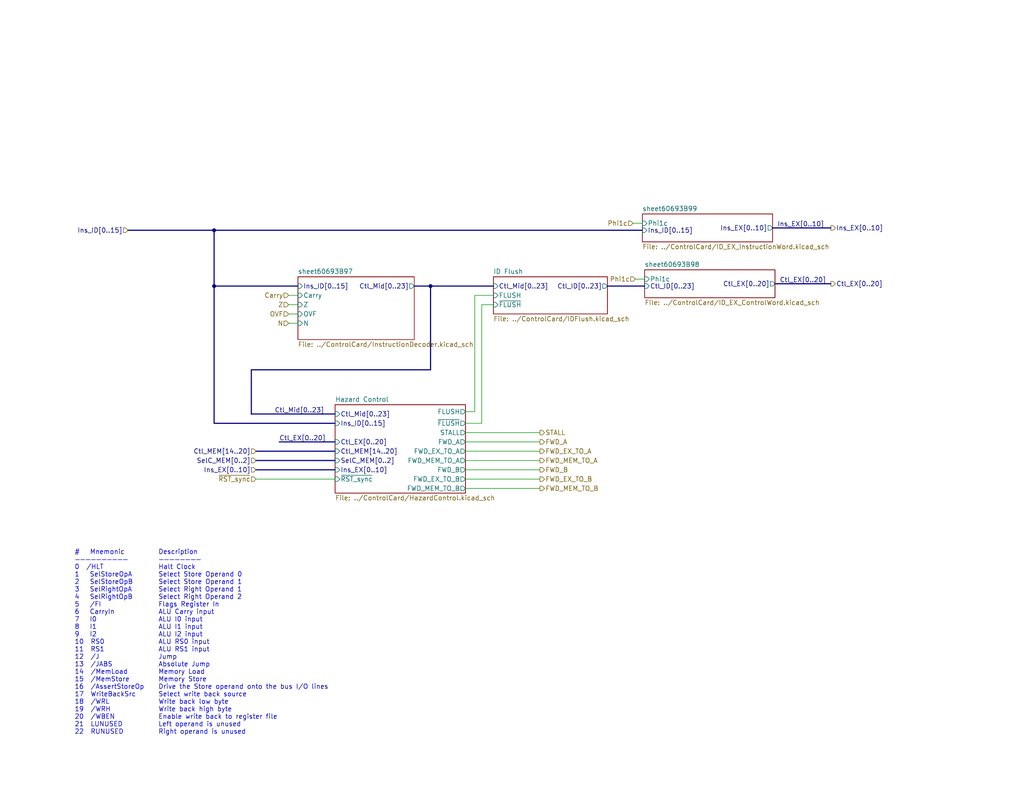
<source format=kicad_sch>
(kicad_sch
	(version 20250114)
	(generator "eeschema")
	(generator_version "9.0")
	(uuid "5600b446-cc57-4d99-a6dd-3cb2f076483c")
	(paper "USLetter")
	(title_block
		(title "ID")
		(date "2025-07-01")
		(rev "A")
		(comment 1 "Simultaneously, read the register file using indices extracted from the instruction word.")
		(comment 2 "effect conditional instructions.")
		(comment 3 "The decoder takes the condition code from the flags register into account to")
		(comment 4 "The instruction decoder turns a 5-bit opcode into an array of control signals.")
	)
	(lib_symbols)
	(text "Description\n————————\nHalt Clock\nSelect Store Operand 0\nSelect Store Operand 1\nSelect Right Operand 1\nSelect Right Operand 2\nFlags Register In\nALU Carry input\nALU I0 input\nALU I1 input\nALU I2 input\nALU RS0 input\nALU RS1 input\nJump\nAbsolute Jump\nMemory Load\nMemory Store\nDrive the Store operand onto the bus I/O lines\nSelect write back source\nWrite back low byte\nWrite back high byte\nEnable write back to register file\nLeft operand is unused\nRight operand is unused"
		(exclude_from_sim no)
		(at 43.18 200.66 0)
		(effects
			(font
				(size 1.27 1.27)
			)
			(justify left bottom)
		)
		(uuid "2ecadc66-69f8-45d0-bf37-af9bed077d19")
	)
	(text "#   Mnemonic\n——————————\n0  /HLT\n1   SelStoreOpA\n2   SelStoreOpB\n3   SelRightOpA\n4   SelRightOpB\n5   /FI\n6   CarryIn\n7   I0\n8   I1\n9   I2\n10  RS0\n11  RS1\n12  /J\n13  /JABS\n14  /MemLoad\n15  /MemStore\n16  /AssertStoreOp\n17  WriteBackSrc\n18  /WRL\n19  /WRH\n20  /WBEN\n21  LUNUSED\n22  RUNUSED"
		(exclude_from_sim no)
		(at 20.32 200.66 0)
		(effects
			(font
				(size 1.27 1.27)
			)
			(justify left bottom)
		)
		(uuid "8233de19-691a-4981-9177-f647c5ab854c")
	)
	(junction
		(at 58.42 62.865)
		(diameter 0)
		(color 0 0 0 0)
		(uuid "27fc5420-c52b-4eba-a1e9-ae94d208cd7e")
	)
	(junction
		(at 58.42 78.105)
		(diameter 0)
		(color 0 0 0 0)
		(uuid "887ab833-ee12-497c-90d3-1578904a39e9")
	)
	(junction
		(at 117.475 78.105)
		(diameter 0)
		(color 0 0 0 0)
		(uuid "f736a6c7-9be7-44ae-ac00-60a1411474ec")
	)
	(wire
		(pts
			(xy 134.62 83.185) (xy 131.445 83.185)
		)
		(stroke
			(width 0)
			(type default)
		)
		(uuid "023d7c59-9f96-48ec-bca5-46e2c44765c1")
	)
	(wire
		(pts
			(xy 81.28 88.265) (xy 78.74 88.265)
		)
		(stroke
			(width 0)
			(type default)
		)
		(uuid "126a1a13-ddbb-43b9-9ae5-a2413b275385")
	)
	(bus
		(pts
			(xy 68.58 113.03) (xy 91.44 113.03)
		)
		(stroke
			(width 0)
			(type default)
		)
		(uuid "14be568d-2e52-4aed-b81b-dddc75cbdd07")
	)
	(bus
		(pts
			(xy 117.475 100.965) (xy 117.475 78.105)
		)
		(stroke
			(width 0)
			(type default)
		)
		(uuid "1941e420-4cb0-441f-a0bc-292db13826af")
	)
	(wire
		(pts
			(xy 134.62 80.645) (xy 129.54 80.645)
		)
		(stroke
			(width 0)
			(type default)
		)
		(uuid "2538294c-99ec-4ad5-a6e4-614ad96ea43f")
	)
	(wire
		(pts
			(xy 129.54 80.645) (xy 129.54 112.395)
		)
		(stroke
			(width 0)
			(type default)
		)
		(uuid "2c16b2dd-40dd-41bd-b765-ff6631d4954c")
	)
	(wire
		(pts
			(xy 175.895 76.2) (xy 173.355 76.2)
		)
		(stroke
			(width 0)
			(type default)
		)
		(uuid "2f862d5e-6b1a-434a-a473-9c5deb2e4f13")
	)
	(wire
		(pts
			(xy 127 128.27) (xy 147.32 128.27)
		)
		(stroke
			(width 0)
			(type default)
		)
		(uuid "3036986f-780f-4e5b-8e4b-4e66acc1e072")
	)
	(wire
		(pts
			(xy 175.26 60.96) (xy 172.72 60.96)
		)
		(stroke
			(width 0)
			(type default)
		)
		(uuid "393e9771-92ee-4e12-83a4-d7ca522bd1ec")
	)
	(bus
		(pts
			(xy 69.85 128.27) (xy 91.44 128.27)
		)
		(stroke
			(width 0)
			(type default)
		)
		(uuid "3f40e620-2b34-4c9e-b852-1ba39e3dbc3a")
	)
	(bus
		(pts
			(xy 91.44 120.65) (xy 76.2 120.65)
		)
		(stroke
			(width 0)
			(type default)
		)
		(uuid "40dd95e8-f694-4b73-9182-5d9645228bbb")
	)
	(bus
		(pts
			(xy 165.735 78.105) (xy 175.895 78.105)
		)
		(stroke
			(width 0)
			(type default)
		)
		(uuid "46bfed32-22ce-4957-8e2a-6317b79d7429")
	)
	(wire
		(pts
			(xy 131.445 83.185) (xy 131.445 115.57)
		)
		(stroke
			(width 0)
			(type default)
		)
		(uuid "479d6773-06cf-4fd5-90e1-17eb1fab43b6")
	)
	(wire
		(pts
			(xy 81.28 85.725) (xy 78.74 85.725)
		)
		(stroke
			(width 0)
			(type default)
		)
		(uuid "61e795c9-5bb5-48b3-b7a0-cb64f04c7adc")
	)
	(wire
		(pts
			(xy 127 123.19) (xy 147.32 123.19)
		)
		(stroke
			(width 0)
			(type default)
		)
		(uuid "6b732b9b-51f6-479d-b29b-3f7cb9c273ef")
	)
	(bus
		(pts
			(xy 58.42 115.57) (xy 91.44 115.57)
		)
		(stroke
			(width 0)
			(type default)
		)
		(uuid "6c5e0d12-8ed5-4c38-93b5-5d0f856a23b9")
	)
	(bus
		(pts
			(xy 69.85 123.19) (xy 91.44 123.19)
		)
		(stroke
			(width 0)
			(type default)
		)
		(uuid "70b621b6-45b5-43cb-9683-d589118723d7")
	)
	(wire
		(pts
			(xy 127 120.65) (xy 147.32 120.65)
		)
		(stroke
			(width 0)
			(type default)
		)
		(uuid "729e0aa9-1770-4b96-8a01-af601278faec")
	)
	(bus
		(pts
			(xy 69.85 125.73) (xy 91.44 125.73)
		)
		(stroke
			(width 0)
			(type default)
		)
		(uuid "73e2a101-0bc0-414b-9aa7-7eeb8a3caef1")
	)
	(wire
		(pts
			(xy 81.28 83.185) (xy 78.74 83.185)
		)
		(stroke
			(width 0)
			(type default)
		)
		(uuid "85762fc6-4dad-4d00-b3f3-d625c47e2b72")
	)
	(wire
		(pts
			(xy 127 133.35) (xy 147.32 133.35)
		)
		(stroke
			(width 0)
			(type default)
		)
		(uuid "8f577817-ea32-42aa-bedc-809b6d0ffec6")
	)
	(bus
		(pts
			(xy 34.925 62.865) (xy 58.42 62.865)
		)
		(stroke
			(width 0)
			(type default)
		)
		(uuid "91815931-350b-44ea-ae11-854683127765")
	)
	(bus
		(pts
			(xy 68.58 100.965) (xy 117.475 100.965)
		)
		(stroke
			(width 0)
			(type default)
		)
		(uuid "9f27179e-d350-4f24-bf52-36bbf4ba6b99")
	)
	(bus
		(pts
			(xy 81.28 78.105) (xy 58.42 78.105)
		)
		(stroke
			(width 0)
			(type default)
		)
		(uuid "aeef9f8f-2515-46d6-a613-4e8d98d0e468")
	)
	(wire
		(pts
			(xy 127 118.11) (xy 147.32 118.11)
		)
		(stroke
			(width 0)
			(type default)
		)
		(uuid "b05af61d-3c1d-44cf-aea2-61fd169c9d1a")
	)
	(wire
		(pts
			(xy 131.445 115.57) (xy 127 115.57)
		)
		(stroke
			(width 0)
			(type default)
		)
		(uuid "b2f0d2a1-f189-4de9-9dee-e5aeee076a6a")
	)
	(wire
		(pts
			(xy 127 125.73) (xy 147.32 125.73)
		)
		(stroke
			(width 0)
			(type default)
		)
		(uuid "b8a69dfb-4ff5-4171-8662-f4fd81f9fc4a")
	)
	(bus
		(pts
			(xy 117.475 78.105) (xy 134.62 78.105)
		)
		(stroke
			(width 0)
			(type default)
		)
		(uuid "bb81a3bc-f073-4b69-8a35-af4e29bce5a3")
	)
	(bus
		(pts
			(xy 211.455 77.47) (xy 226.695 77.47)
		)
		(stroke
			(width 0)
			(type default)
		)
		(uuid "ca12753c-a5f4-49a4-bb14-a01420a86edb")
	)
	(bus
		(pts
			(xy 58.42 62.865) (xy 175.26 62.865)
		)
		(stroke
			(width 0)
			(type default)
		)
		(uuid "ca5b0ce4-20d9-48e8-a898-92c469528a80")
	)
	(wire
		(pts
			(xy 127 112.395) (xy 129.54 112.395)
		)
		(stroke
			(width 0)
			(type default)
		)
		(uuid "cd351107-b20e-48bb-9048-36db5b96f92c")
	)
	(wire
		(pts
			(xy 147.32 130.81) (xy 127 130.81)
		)
		(stroke
			(width 0)
			(type default)
		)
		(uuid "cf02db11-2ff8-4f79-b3e9-9802575ab786")
	)
	(bus
		(pts
			(xy 113.03 78.105) (xy 117.475 78.105)
		)
		(stroke
			(width 0)
			(type default)
		)
		(uuid "d4527958-a0de-432d-98a9-7f2f2a2e0535")
	)
	(wire
		(pts
			(xy 81.28 80.645) (xy 78.74 80.645)
		)
		(stroke
			(width 0)
			(type default)
		)
		(uuid "d5316dab-96ab-4569-a34d-520f96a50c86")
	)
	(bus
		(pts
			(xy 210.82 62.23) (xy 226.695 62.23)
		)
		(stroke
			(width 0)
			(type default)
		)
		(uuid "eca73914-6f4b-487c-b8f6-6bedca0fa3fb")
	)
	(bus
		(pts
			(xy 58.42 78.105) (xy 58.42 115.57)
		)
		(stroke
			(width 0)
			(type default)
		)
		(uuid "ef30652b-06fe-409e-909f-902aeff43d35")
	)
	(bus
		(pts
			(xy 68.58 113.03) (xy 68.58 100.965)
		)
		(stroke
			(width 0)
			(type default)
		)
		(uuid "f3397a80-5954-4a92-86d8-e9ade732f1d4")
	)
	(bus
		(pts
			(xy 58.42 62.865) (xy 58.42 78.105)
		)
		(stroke
			(width 0)
			(type default)
		)
		(uuid "f683b564-906b-42f6-a233-cd22c58657dd")
	)
	(wire
		(pts
			(xy 69.85 130.81) (xy 91.44 130.81)
		)
		(stroke
			(width 0)
			(type default)
		)
		(uuid "fe888b81-efe2-43e0-88ce-129469aeaa40")
	)
	(label "Ins_EX[0..10]"
		(at 212.09 62.23 0)
		(effects
			(font
				(size 1.27 1.27)
			)
			(justify left bottom)
		)
		(uuid "418a0e9c-c95f-4d4a-a88f-ec13faf3303c")
	)
	(label "Ctl_EX[0..20]"
		(at 76.2 120.65 0)
		(effects
			(font
				(size 1.27 1.27)
			)
			(justify left bottom)
		)
		(uuid "47810042-03f0-4ee4-a50e-f2ff484df170")
	)
	(label "Ctl_EX[0..20]"
		(at 212.725 77.47 0)
		(effects
			(font
				(size 1.27 1.27)
			)
			(justify left bottom)
		)
		(uuid "7288ce3d-ad6e-43f5-96ca-99065d7798d0")
	)
	(label "Ctl_Mid[0..23]"
		(at 74.93 113.03 0)
		(effects
			(font
				(size 1.27 1.27)
			)
			(justify left bottom)
		)
		(uuid "796db869-0097-47e7-801f-cda0ea750e7a")
	)
	(hierarchical_label "Carry"
		(shape input)
		(at 78.74 80.645 180)
		(effects
			(font
				(size 1.27 1.27)
			)
			(justify right)
		)
		(uuid "013a1c32-db17-4fdf-9087-65b8bebaf5c1")
	)
	(hierarchical_label "Phi1c"
		(shape input)
		(at 173.355 76.2 180)
		(effects
			(font
				(size 1.27 1.27)
			)
			(justify right)
		)
		(uuid "0eecf8e0-d186-4d02-915d-689b4d405ef9")
	)
	(hierarchical_label "OVF"
		(shape input)
		(at 78.74 85.725 180)
		(effects
			(font
				(size 1.27 1.27)
			)
			(justify right)
		)
		(uuid "2bf34b7c-94ca-4ac8-94c5-6312536f342f")
	)
	(hierarchical_label "FWD_A"
		(shape output)
		(at 147.32 120.65 0)
		(effects
			(font
				(size 1.27 1.27)
			)
			(justify left)
		)
		(uuid "2cea7e27-6394-4df4-ac1c-163e3974eba6")
	)
	(hierarchical_label "N"
		(shape input)
		(at 78.74 88.265 180)
		(effects
			(font
				(size 1.27 1.27)
			)
			(justify right)
		)
		(uuid "2eccec55-e8a8-4ef3-bb76-4a91f5245f42")
	)
	(hierarchical_label "Z"
		(shape input)
		(at 78.74 83.185 180)
		(effects
			(font
				(size 1.27 1.27)
			)
			(justify right)
		)
		(uuid "39f65f62-d48a-4aa3-a9a3-c17d058105fe")
	)
	(hierarchical_label "FWD_EX_TO_B"
		(shape output)
		(at 147.32 130.81 0)
		(effects
			(font
				(size 1.27 1.27)
			)
			(justify left)
		)
		(uuid "3ad742b0-3846-4693-9fdf-4d5261187ca9")
	)
	(hierarchical_label "Ctl_EX[0..20]"
		(shape output)
		(at 226.695 77.47 0)
		(effects
			(font
				(size 1.27 1.27)
			)
			(justify left)
		)
		(uuid "44f6de44-c3d8-405f-ac4c-196fb6e5deee")
	)
	(hierarchical_label "Ins_EX[0..10]"
		(shape input)
		(at 69.85 128.27 180)
		(effects
			(font
				(size 1.27 1.27)
			)
			(justify right)
		)
		(uuid "48d919bf-1f23-4426-bfff-25ceb2530f1f")
	)
	(hierarchical_label "STALL"
		(shape output)
		(at 147.32 118.11 0)
		(effects
			(font
				(size 1.27 1.27)
			)
			(justify left)
		)
		(uuid "7e9c7b14-3332-49ee-a587-5014a80db3f9")
	)
	(hierarchical_label "Ctl_MEM[14..20]"
		(shape input)
		(at 69.85 123.19 180)
		(effects
			(font
				(size 1.27 1.27)
			)
			(justify right)
		)
		(uuid "7f2c9904-545b-4337-acd6-8707e0924818")
	)
	(hierarchical_label "Ins_EX[0..10]"
		(shape output)
		(at 226.695 62.23 0)
		(effects
			(font
				(size 1.27 1.27)
			)
			(justify left)
		)
		(uuid "9f7324c5-50a2-442c-8a80-edf04aa2b2ac")
	)
	(hierarchical_label "FWD_MEM_TO_B"
		(shape output)
		(at 147.32 133.35 0)
		(effects
			(font
				(size 1.27 1.27)
			)
			(justify left)
		)
		(uuid "abd7f2b5-ebf6-4918-aadc-24dabcc8e48f")
	)
	(hierarchical_label "Phi1c"
		(shape input)
		(at 172.72 60.96 180)
		(effects
			(font
				(size 1.27 1.27)
			)
			(justify right)
		)
		(uuid "c4245c26-171a-403e-a2d8-6d9acc61fcae")
	)
	(hierarchical_label "FWD_MEM_TO_A"
		(shape output)
		(at 147.32 125.73 0)
		(effects
			(font
				(size 1.27 1.27)
			)
			(justify left)
		)
		(uuid "d153cf8f-3cfc-4866-8bb5-6e189efc6334")
	)
	(hierarchical_label "SelC_MEM[0..2]"
		(shape input)
		(at 69.85 125.73 180)
		(effects
			(font
				(size 1.27 1.27)
			)
			(justify right)
		)
		(uuid "e382fedc-c868-44fd-9740-47cc05b15c1c")
	)
	(hierarchical_label "Ins_ID[0..15]"
		(shape input)
		(at 34.925 62.865 180)
		(effects
			(font
				(size 1.27 1.27)
			)
			(justify right)
		)
		(uuid "e5e03502-ed28-4743-9af6-23bafe8e639e")
	)
	(hierarchical_label "FWD_EX_TO_A"
		(shape output)
		(at 147.32 123.19 0)
		(effects
			(font
				(size 1.27 1.27)
			)
			(justify left)
		)
		(uuid "e73d5cff-eaf0-4767-b7c2-fda165aced8e")
	)
	(hierarchical_label "~{RST_sync}"
		(shape input)
		(at 69.85 130.81 180)
		(effects
			(font
				(size 1.27 1.27)
			)
			(justify right)
		)
		(uuid "e8a67363-4973-4744-b0d4-b537ac4aaca8")
	)
	(hierarchical_label "FWD_B"
		(shape output)
		(at 147.32 128.27 0)
		(effects
			(font
				(size 1.27 1.27)
			)
			(justify left)
		)
		(uuid "f4679fa8-ba18-4ec6-9bda-7def86487715")
	)
	(sheet
		(at 91.44 110.49)
		(size 35.56 24.13)
		(exclude_from_sim no)
		(in_bom yes)
		(on_board yes)
		(dnp no)
		(fields_autoplaced yes)
		(stroke
			(width 0)
			(type solid)
		)
		(fill
			(color 0 0 0 0.0000)
		)
		(uuid "00000000-0000-0000-0000-00005fda967f")
		(property "Sheetname" "Hazard Control"
			(at 91.44 109.7784 0)
			(effects
				(font
					(size 1.27 1.27)
				)
				(justify left bottom)
			)
		)
		(property "Sheetfile" "../ControlCard/HazardControl.kicad_sch"
			(at 91.44 135.2046 0)
			(effects
				(font
					(size 1.27 1.27)
				)
				(justify left top)
			)
		)
		(pin "SelC_MEM[0..2]" input
			(at 91.44 125.73 180)
			(uuid "4c02c28d-bf2e-4197-80b5-3dfcab4bb35d")
			(effects
				(font
					(size 1.27 1.27)
				)
				(justify left)
			)
		)
		(pin "Ins_EX[0..10]" input
			(at 91.44 128.27 180)
			(uuid "ff9a162e-84a8-47ef-8599-003ceb5f956c")
			(effects
				(font
					(size 1.27 1.27)
				)
				(justify left)
			)
		)
		(pin "Ctl_MEM[14..20]" input
			(at 91.44 123.19 180)
			(uuid "92679a18-fb40-4a33-ae99-82421a1f4763")
			(effects
				(font
					(size 1.27 1.27)
				)
				(justify left)
			)
		)
		(pin "Ins_ID[0..15]" input
			(at 91.44 115.57 180)
			(uuid "7d4ae06c-8f9c-4474-b836-ef462f89fe26")
			(effects
				(font
					(size 1.27 1.27)
				)
				(justify left)
			)
		)
		(pin "STALL" output
			(at 127 118.11 0)
			(uuid "4c93ad35-a186-4674-9446-bca581eda431")
			(effects
				(font
					(size 1.27 1.27)
				)
				(justify right)
			)
		)
		(pin "~{FLUSH}" output
			(at 127 115.57 0)
			(uuid "5cc022e9-ced8-44e9-be52-a152ee0917f2")
			(effects
				(font
					(size 1.27 1.27)
				)
				(justify right)
			)
		)
		(pin "FWD_A" output
			(at 127 120.65 0)
			(uuid "bf90c317-0bde-4ea9-be88-f5c95955a148")
			(effects
				(font
					(size 1.27 1.27)
				)
				(justify right)
			)
		)
		(pin "FWD_EX_TO_A" output
			(at 127 123.19 0)
			(uuid "a3e34262-8951-4f65-909f-0d85a276cbab")
			(effects
				(font
					(size 1.27 1.27)
				)
				(justify right)
			)
		)
		(pin "FWD_MEM_TO_A" output
			(at 127 125.73 0)
			(uuid "bb245d8d-5d87-46cc-a0f7-ea3578cc6b89")
			(effects
				(font
					(size 1.27 1.27)
				)
				(justify right)
			)
		)
		(pin "FWD_EX_TO_B" output
			(at 127 130.81 0)
			(uuid "3b62f9a5-a82e-4438-8a3d-42abb3e4e0b8")
			(effects
				(font
					(size 1.27 1.27)
				)
				(justify right)
			)
		)
		(pin "FWD_MEM_TO_B" output
			(at 127 133.35 0)
			(uuid "f3cf7e44-9014-4adc-8662-5033370762d1")
			(effects
				(font
					(size 1.27 1.27)
				)
				(justify right)
			)
		)
		(pin "FWD_B" output
			(at 127 128.27 0)
			(uuid "9dae2f9e-fbb6-4210-80e8-d79b24e6fa23")
			(effects
				(font
					(size 1.27 1.27)
				)
				(justify right)
			)
		)
		(pin "Ctl_Mid[0..23]" input
			(at 91.44 113.03 180)
			(uuid "5e6530ce-0e26-48a3-a393-b0e77ee9c21e")
			(effects
				(font
					(size 1.27 1.27)
				)
				(justify left)
			)
		)
		(pin "~{RST_sync}" input
			(at 91.44 130.81 180)
			(uuid "274d29c3-f5c9-44b7-a1d7-81fa218aa215")
			(effects
				(font
					(size 1.27 1.27)
				)
				(justify left)
			)
		)
		(pin "FLUSH" output
			(at 127 112.395 0)
			(uuid "77577a1a-e697-40ec-b16a-06044f542a35")
			(effects
				(font
					(size 1.27 1.27)
				)
				(justify right)
			)
		)
		(pin "Ctl_EX[0..20]" input
			(at 91.44 120.65 180)
			(uuid "d9fe280f-03ae-4a20-bad1-290bec40fdb0")
			(effects
				(font
					(size 1.27 1.27)
				)
				(justify left)
			)
		)
		(instances
			(project ""
				(path "/8440aa1c-35a0-4293-b61e-2585007d6959/101aadd6-c8f8-4873-8d28-86528ab686cf"
					(page "4")
				)
			)
			(project ""
				(path "/333b4292-93f5-442d-a859-8b1da2cd4698"
					(page "#")
				)
			)
			(project "Turtle16Computer"
				(path "/83c5181e-f5ee-453c-ae5c-d7256ba8837d/333b4292-93f5-442d-a859-8b1da2cd4698"
					(page "16")
				)
			)
		)
	)
	(sheet
		(at 81.28 75.565)
		(size 31.75 17.145)
		(exclude_from_sim no)
		(in_bom yes)
		(on_board yes)
		(dnp no)
		(fields_autoplaced yes)
		(stroke
			(width 0)
			(type solid)
		)
		(fill
			(color 0 0 0 0.0000)
		)
		(uuid "00000000-0000-0000-0000-000060693bcf")
		(property "Sheetname" "sheet60693B97"
			(at 81.28 74.8534 0)
			(effects
				(font
					(size 1.27 1.27)
				)
				(justify left bottom)
			)
		)
		(property "Sheetfile" "../ControlCard/InstructionDecoder.kicad_sch"
			(at 81.28 93.2946 0)
			(effects
				(font
					(size 1.27 1.27)
				)
				(justify left top)
			)
		)
		(pin "Carry" input
			(at 81.28 80.645 180)
			(uuid "c29c87d5-0e8a-4b81-ae2b-2a3d24821e33")
			(effects
				(font
					(size 1.27 1.27)
				)
				(justify left)
			)
		)
		(pin "Z" input
			(at 81.28 83.185 180)
			(uuid "7d9d0a41-bfc5-4c49-9bcb-be526899f03f")
			(effects
				(font
					(size 1.27 1.27)
				)
				(justify left)
			)
		)
		(pin "Ins_ID[0..15]" input
			(at 81.28 78.105 180)
			(uuid "6332bc89-e6c8-475d-b5f9-f892e05cbb2b")
			(effects
				(font
					(size 1.27 1.27)
				)
				(justify left)
			)
		)
		(pin "OVF" input
			(at 81.28 85.725 180)
			(uuid "8fc677c0-6cae-4e28-9ce6-745b8aeb1f88")
			(effects
				(font
					(size 1.27 1.27)
				)
				(justify left)
			)
		)
		(pin "Ctl_Mid[0..23]" output
			(at 113.03 78.105 0)
			(uuid "fd087a91-3511-4192-a455-04b946c86b3f")
			(effects
				(font
					(size 1.27 1.27)
				)
				(justify right)
			)
		)
		(pin "N" input
			(at 81.28 88.265 180)
			(uuid "d33f3b39-8a03-479e-b5ab-5d45114e17cb")
			(effects
				(font
					(size 1.27 1.27)
				)
				(justify left)
			)
		)
		(instances
			(project ""
				(path "/8440aa1c-35a0-4293-b61e-2585007d6959/101aadd6-c8f8-4873-8d28-86528ab686cf"
					(page "3")
				)
			)
			(project ""
				(path "/333b4292-93f5-442d-a859-8b1da2cd4698"
					(page "#")
				)
			)
			(project "Turtle16Computer"
				(path "/83c5181e-f5ee-453c-ae5c-d7256ba8837d/333b4292-93f5-442d-a859-8b1da2cd4698"
					(page "15")
				)
			)
		)
	)
	(sheet
		(at 175.895 73.66)
		(size 35.56 7.62)
		(exclude_from_sim no)
		(in_bom yes)
		(on_board yes)
		(dnp no)
		(fields_autoplaced yes)
		(stroke
			(width 0)
			(type solid)
		)
		(fill
			(color 0 0 0 0.0000)
		)
		(uuid "00000000-0000-0000-0000-000060693be1")
		(property "Sheetname" "sheet60693B98"
			(at 175.895 72.9484 0)
			(effects
				(font
					(size 1.27 1.27)
				)
				(justify left bottom)
			)
		)
		(property "Sheetfile" "../ControlCard/ID_EX_ControlWord.kicad_sch"
			(at 175.895 81.8646 0)
			(effects
				(font
					(size 1.27 1.27)
				)
				(justify left top)
			)
		)
		(pin "Ctl_ID[0..23]" input
			(at 175.895 78.105 180)
			(uuid "4d6ae701-66cf-4e19-92b4-b86425c67deb")
			(effects
				(font
					(size 1.27 1.27)
				)
				(justify left)
			)
		)
		(pin "Ctl_EX[0..20]" output
			(at 211.455 77.47 0)
			(uuid "0933b851-dda8-479c-b3ac-1b773b15b48e")
			(effects
				(font
					(size 1.27 1.27)
				)
				(justify right)
			)
		)
		(pin "Phi1c" input
			(at 175.895 76.2 180)
			(uuid "d3196805-af32-4e09-92d9-e09e96ccb396")
			(effects
				(font
					(size 1.27 1.27)
				)
				(justify left)
			)
		)
		(instances
			(project ""
				(path "/8440aa1c-35a0-4293-b61e-2585007d6959/101aadd6-c8f8-4873-8d28-86528ab686cf"
					(page "8")
				)
			)
			(project ""
				(path "/333b4292-93f5-442d-a859-8b1da2cd4698"
					(page "#")
				)
			)
			(project "Turtle16Computer"
				(path "/83c5181e-f5ee-453c-ae5c-d7256ba8837d/333b4292-93f5-442d-a859-8b1da2cd4698"
					(page "20")
				)
			)
		)
	)
	(sheet
		(at 175.26 58.42)
		(size 35.56 7.62)
		(exclude_from_sim no)
		(in_bom yes)
		(on_board yes)
		(dnp no)
		(fields_autoplaced yes)
		(stroke
			(width 0)
			(type solid)
		)
		(fill
			(color 0 0 0 0.0000)
		)
		(uuid "00000000-0000-0000-0000-000060693be5")
		(property "Sheetname" "sheet60693B99"
			(at 175.26 57.7084 0)
			(effects
				(font
					(size 1.27 1.27)
				)
				(justify left bottom)
			)
		)
		(property "Sheetfile" "../ControlCard/ID_EX_InstructionWord.kicad_sch"
			(at 175.26 66.6246 0)
			(effects
				(font
					(size 1.27 1.27)
				)
				(justify left top)
			)
		)
		(pin "Ins_ID[0..15]" input
			(at 175.26 62.865 180)
			(uuid "be18920e-318a-4252-9e0a-fb9d04d5cd4a")
			(effects
				(font
					(size 1.27 1.27)
				)
				(justify left)
			)
		)
		(pin "Ins_EX[0..10]" output
			(at 210.82 62.23 0)
			(uuid "f42f7d82-c2e0-46e4-aab6-c6c9307a4b4c")
			(effects
				(font
					(size 1.27 1.27)
				)
				(justify right)
			)
		)
		(pin "Phi1c" input
			(at 175.26 60.96 180)
			(uuid "ea060bad-0685-4587-bf42-10e8ab39975a")
			(effects
				(font
					(size 1.27 1.27)
				)
				(justify left)
			)
		)
		(instances
			(project ""
				(path "/8440aa1c-35a0-4293-b61e-2585007d6959/101aadd6-c8f8-4873-8d28-86528ab686cf"
					(page "7")
				)
			)
			(project ""
				(path "/333b4292-93f5-442d-a859-8b1da2cd4698"
					(page "#")
				)
			)
			(project "Turtle16Computer"
				(path "/83c5181e-f5ee-453c-ae5c-d7256ba8837d/333b4292-93f5-442d-a859-8b1da2cd4698"
					(page "19")
				)
			)
		)
	)
	(sheet
		(at 134.62 75.565)
		(size 31.115 10.16)
		(exclude_from_sim no)
		(in_bom yes)
		(on_board yes)
		(dnp no)
		(fields_autoplaced yes)
		(stroke
			(width 0.1524)
			(type solid)
		)
		(fill
			(color 0 0 0 0.0000)
		)
		(uuid "960ada49-cad4-45a9-8c06-0a6f2ac09c81")
		(property "Sheetname" "ID Flush"
			(at 134.62 74.8534 0)
			(effects
				(font
					(size 1.27 1.27)
				)
				(justify left bottom)
			)
		)
		(property "Sheetfile" "../ControlCard/IDFlush.kicad_sch"
			(at 134.62 86.3096 0)
			(effects
				(font
					(size 1.27 1.27)
				)
				(justify left top)
			)
		)
		(pin "Ctl_ID[0..23]" output
			(at 165.735 78.105 0)
			(uuid "1da98f90-6825-48d9-a8f8-7466385b94e3")
			(effects
				(font
					(size 1.27 1.27)
				)
				(justify right)
			)
		)
		(pin "~{FLUSH}" input
			(at 134.62 83.185 180)
			(uuid "23992f44-141b-4735-b9fb-9b65c94730d7")
			(effects
				(font
					(size 1.27 1.27)
				)
				(justify left)
			)
		)
		(pin "Ctl_Mid[0..23]" input
			(at 134.62 78.105 180)
			(uuid "f4be9165-0073-479b-88f6-9207873942e8")
			(effects
				(font
					(size 1.27 1.27)
				)
				(justify left)
			)
		)
		(pin "FLUSH" input
			(at 134.62 80.645 180)
			(uuid "9447c3f6-30e0-4d3f-89eb-64e1424a5242")
			(effects
				(font
					(size 1.27 1.27)
				)
				(justify left)
			)
		)
		(instances
			(project ""
				(path "/8440aa1c-35a0-4293-b61e-2585007d6959/101aadd6-c8f8-4873-8d28-86528ab686cf"
					(page "6")
				)
			)
			(project ""
				(path "/333b4292-93f5-442d-a859-8b1da2cd4698"
					(page "#")
				)
			)
			(project "Turtle16Computer"
				(path "/83c5181e-f5ee-453c-ae5c-d7256ba8837d/333b4292-93f5-442d-a859-8b1da2cd4698"
					(page "18")
				)
			)
		)
	)
)

</source>
